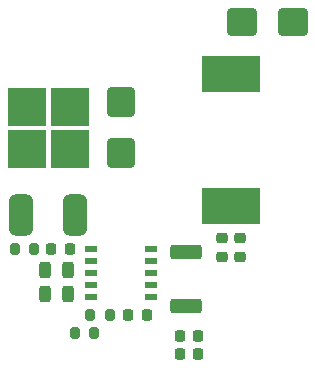
<source format=gbr>
%TF.GenerationSoftware,KiCad,Pcbnew,8.0.2*%
%TF.CreationDate,2024-05-30T14:17:59+02:00*%
%TF.ProjectId,MPPT_solar_charger_expansion_board,4d505054-5f73-46f6-9c61-725f63686172,1.00*%
%TF.SameCoordinates,Original*%
%TF.FileFunction,Paste,Top*%
%TF.FilePolarity,Positive*%
%FSLAX46Y46*%
G04 Gerber Fmt 4.6, Leading zero omitted, Abs format (unit mm)*
G04 Created by KiCad (PCBNEW 8.0.2) date 2024-05-30 14:17:59*
%MOMM*%
%LPD*%
G01*
G04 APERTURE LIST*
G04 Aperture macros list*
%AMRoundRect*
0 Rectangle with rounded corners*
0 $1 Rounding radius*
0 $2 $3 $4 $5 $6 $7 $8 $9 X,Y pos of 4 corners*
0 Add a 4 corners polygon primitive as box body*
4,1,4,$2,$3,$4,$5,$6,$7,$8,$9,$2,$3,0*
0 Add four circle primitives for the rounded corners*
1,1,$1+$1,$2,$3*
1,1,$1+$1,$4,$5*
1,1,$1+$1,$6,$7*
1,1,$1+$1,$8,$9*
0 Add four rect primitives between the rounded corners*
20,1,$1+$1,$2,$3,$4,$5,0*
20,1,$1+$1,$4,$5,$6,$7,0*
20,1,$1+$1,$6,$7,$8,$9,0*
20,1,$1+$1,$8,$9,$2,$3,0*%
G04 Aperture macros list end*
%ADD10RoundRect,0.200000X-0.200000X-0.275000X0.200000X-0.275000X0.200000X0.275000X-0.200000X0.275000X0*%
%ADD11RoundRect,0.225000X0.250000X-0.225000X0.250000X0.225000X-0.250000X0.225000X-0.250000X-0.225000X0*%
%ADD12RoundRect,0.225000X-0.225000X-0.250000X0.225000X-0.250000X0.225000X0.250000X-0.225000X0.250000X0*%
%ADD13R,1.100000X0.510000*%
%ADD14R,5.000000X3.100000*%
%ADD15RoundRect,0.250000X-1.075000X0.362500X-1.075000X-0.362500X1.075000X-0.362500X1.075000X0.362500X0*%
%ADD16RoundRect,0.200000X0.200000X0.275000X-0.200000X0.275000X-0.200000X-0.275000X0.200000X-0.275000X0*%
%ADD17RoundRect,0.250000X-1.400000X-1.400000X1.400000X-1.400000X1.400000X1.400000X-1.400000X1.400000X0*%
%ADD18RoundRect,0.500000X0.500000X-1.250000X0.500000X1.250000X-0.500000X1.250000X-0.500000X-1.250000X0*%
%ADD19RoundRect,0.250000X-0.900000X1.000000X-0.900000X-1.000000X0.900000X-1.000000X0.900000X1.000000X0*%
%ADD20RoundRect,0.243750X0.243750X0.456250X-0.243750X0.456250X-0.243750X-0.456250X0.243750X-0.456250X0*%
%ADD21RoundRect,0.250000X-1.000000X-0.900000X1.000000X-0.900000X1.000000X0.900000X-1.000000X0.900000X0*%
G04 APERTURE END LIST*
D10*
%TO.C,R2*%
X132077600Y-99730200D03*
X133727600Y-99730200D03*
%TD*%
D11*
%TO.C,C2*%
X151152000Y-100391400D03*
X151152000Y-98841400D03*
%TD*%
D12*
%TO.C,C4*%
X135158000Y-99730200D03*
X136708000Y-99730200D03*
%TD*%
D13*
%TO.C,U1*%
X138476000Y-99776200D03*
X138476000Y-100776200D03*
X138476000Y-101776200D03*
X138476000Y-102776200D03*
X138476000Y-103776200D03*
X143576000Y-103776200D03*
X143576000Y-102776200D03*
X143576000Y-101776200D03*
X143576000Y-100776200D03*
X143576000Y-99776200D03*
%TD*%
D12*
%TO.C,C5*%
X141678000Y-105318200D03*
X143228000Y-105318200D03*
%TD*%
D14*
%TO.C,L1*%
X150339200Y-84973200D03*
X150339200Y-96073200D03*
%TD*%
D11*
%TO.C,C3*%
X149577200Y-100391400D03*
X149577200Y-98841400D03*
%TD*%
D12*
%TO.C,C6*%
X146037000Y-107086400D03*
X147587000Y-107086400D03*
%TD*%
D15*
%TO.C,R4*%
X146517000Y-99968500D03*
X146517000Y-104593500D03*
%TD*%
D16*
%TO.C,R1*%
X138810000Y-106832400D03*
X137160000Y-106832400D03*
%TD*%
D17*
%TO.C,Q1*%
X133096200Y-91261400D03*
X136696200Y-91261400D03*
X133096200Y-87711400D03*
X136696200Y-87711400D03*
D18*
X132596200Y-96886400D03*
X137176200Y-96886400D03*
%TD*%
D19*
%TO.C,D3*%
X141042800Y-87306400D03*
X141042800Y-91606400D03*
%TD*%
D20*
%TO.C,D1*%
X136532500Y-101508200D03*
X134657500Y-101508200D03*
%TD*%
%TO.C,D2*%
X136532500Y-103540200D03*
X134657500Y-103540200D03*
%TD*%
D10*
%TO.C,R3*%
X138453000Y-105318200D03*
X140103000Y-105318200D03*
%TD*%
D21*
%TO.C,D4*%
X151338800Y-80566400D03*
X155638800Y-80566400D03*
%TD*%
D12*
%TO.C,C7*%
X146037000Y-108610400D03*
X147587000Y-108610400D03*
%TD*%
M02*

</source>
